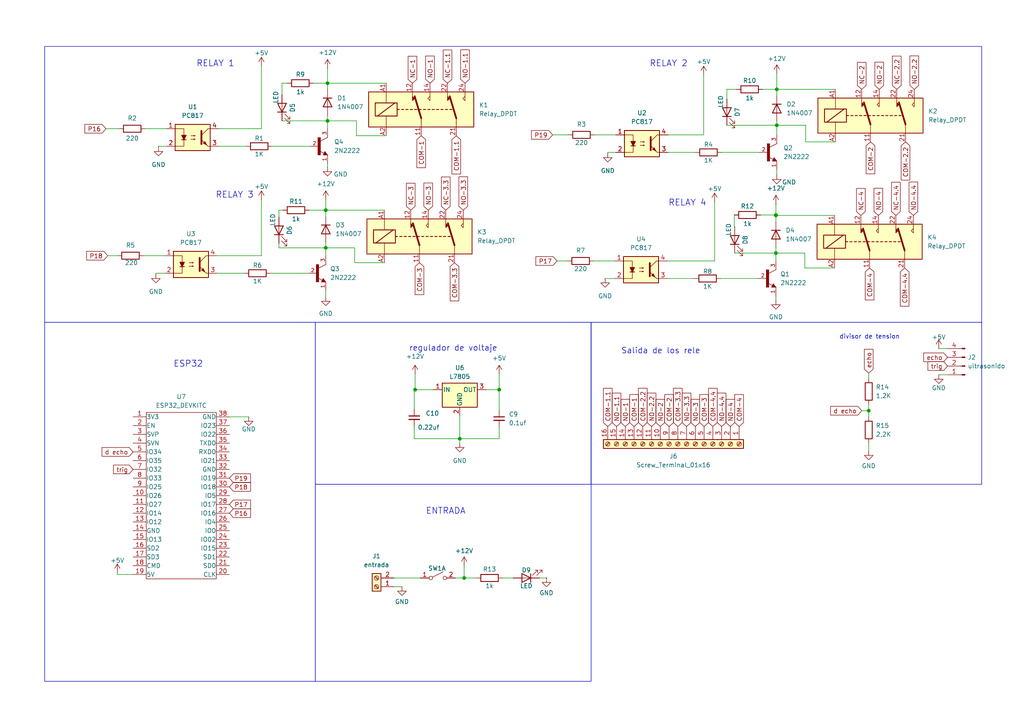
<source format=kicad_sch>
(kicad_sch (version 20250114) (generator "eeschema") (generator_version "9.0")
  (paper "A4")
  (lib_symbols
    (symbol "2N2222:2N2222" (pin_names (offset 1.016))
      (property "Reference" "Q" (at -10.16 7.62 0))
      (property "Value" "2N2222" (at -10.16 -7.62 0))
      (symbol "2N2222_0_0"
        (pin passive line (at -2.54 0 0) (length 2.54) (name "~") (number "2"))
        (pin passive line (at 2.54 5.08 270) (length 2.54) (name "~") (number "3"))
        (pin passive line (at 2.54 -5.08 90) (length 2.54) (name "~") (number "1"))
      )
    )
    (symbol "Connector:Conn_01x04_Pin" (pin_names (offset 1.016) (hide yes))
      (property "Reference" "J" (at 0 5.08 0))
      (property "Value" "Conn_01x04_Pin" (at 0 -7.62 0))
      (symbol "Conn_01x04_Pin_1_1"
        (pin passive line (at 5.08 2.54 180) (length 3.81) (name "Pin_1") (number "1"))
        (pin passive line (at 5.08 0 180) (length 3.81) (name "Pin_2") (number "2"))
        (pin passive line (at 5.08 -2.54 180) (length 3.81) (name "Pin_3") (number "3"))
        (pin passive line (at 5.08 -5.08 180) (length 3.81) (name "Pin_4") (number "4"))
      )
    )
    (symbol "Connector:Screw_Terminal_01x02" (pin_names (offset 1.016) (hide yes))
      (property "Reference" "J" (at 0 2.54 0))
      (property "Value" "Screw_Terminal_01x02" (at 0 -5.08 0))
      (symbol "Screw_Terminal_01x02_1_1"
        (pin passive line (at -5.08 0 0) (length 3.81) (name "Pin_1") (number "1"))
        (pin passive line (at -5.08 -2.54 0) (length 3.81) (name "Pin_2") (number "2"))
      )
    )
    (symbol "Connector:Screw_Terminal_01x16" (pin_names (offset 1.016) (hide yes))
      (property "Reference" "J" (at 0 20.32 0))
      (property "Value" "Screw_Terminal_01x16" (at 0 -22.86 0))
      (symbol "Screw_Terminal_01x16_1_1"
        (pin passive line (at -5.08 17.78 0) (length 3.81) (name "Pin_1") (number "1"))
        (pin passive line (at -5.08 15.24 0) (length 3.81) (name "Pin_2") (number "2"))
        (pin passive line (at -5.08 12.7 0) (length 3.81) (name "Pin_3") (number "3"))
        (pin passive line (at -5.08 10.16 0) (length 3.81) (name "Pin_4") (number "4"))
        (pin passive line (at -5.08 7.62 0) (length 3.81) (name "Pin_5") (number "5"))
        (pin passive line (at -5.08 5.08 0) (length 3.81) (name "Pin_6") (number "6"))
        (pin passive line (at -5.08 2.54 0) (length 3.81) (name "Pin_7") (number "7"))
        (pin passive line (at -5.08 0 0) (length 3.81) (name "Pin_8") (number "8"))
        (pin passive line (at -5.08 -2.54 0) (length 3.81) (name "Pin_9") (number "9"))
        (pin passive line (at -5.08 -5.08 0) (length 3.81) (name "Pin_10") (number "10"))
        (pin passive line (at -5.08 -7.62 0) (length 3.81) (name "Pin_11") (number "11"))
        (pin passive line (at -5.08 -10.16 0) (length 3.81) (name "Pin_12") (number "12"))
        (pin passive line (at -5.08 -12.7 0) (length 3.81) (name "Pin_13") (number "13"))
        (pin passive line (at -5.08 -15.24 0) (length 3.81) (name "Pin_14") (number "14"))
        (pin passive line (at -5.08 -17.78 0) (length 3.81) (name "Pin_15") (number "15"))
        (pin passive line (at -5.08 -20.32 0) (length 3.81) (name "Pin_16") (number "16"))
      )
    )
    (symbol "Device:C_Small" (pin_numbers (hide yes)) (pin_names (offset 0.254) (hide yes))
      (property "Reference" "C" (at 0.254 1.778 0))
      (property "Value" "C_Small" (at 0.254 -2.032 0))
      (symbol "C_Small_1_1"
        (pin passive line (at 0 2.54 270) (length 2.032) (name "~") (number "1"))
        (pin passive line (at 0 -2.54 90) (length 2.032) (name "~") (number "2"))
      )
    )
    (symbol "Device:LED" (pin_numbers (hide yes)) (pin_names (offset 1.016) (hide yes))
      (property "Reference" "D" (at 0 2.54 0))
      (property "Value" "LED" (at 0 -2.54 0))
      (symbol "LED_1_1"
        (pin passive line (at -3.81 0 0) (length 2.54) (name "K") (number "1"))
        (pin passive line (at 3.81 0 180) (length 2.54) (name "A") (number "2"))
      )
    )
    (symbol "Device:R" (pin_numbers (hide yes)) (pin_names (offset 0))
      (property "Reference" "R" (at 2.032 0 90))
      (property "Value" "R" (at 0 0 90))
      (symbol "R_1_1"
        (pin passive line (at 0 3.81 270) (length 1.27) (name "~") (number "1"))
        (pin passive line (at 0 -3.81 90) (length 1.27) (name "~") (number "2"))
      )
    )
    (symbol "Diode:1N4007" (pin_numbers (hide yes)) (pin_names (hide yes))
      (property "Reference" "D" (at 0 2.54 0))
      (property "Value" "1N4007" (at 0 -2.54 0))
      (symbol "1N4007_1_1"
        (pin passive line (at -3.81 0 0) (length 2.54) (name "K") (number "1"))
        (pin passive line (at 3.81 0 180) (length 2.54) (name "A") (number "2"))
      )
    )
    (symbol "EESTN5:ESP32_DEVKITC" (pin_names (offset 0.0254))
      (property "Reference" "U" (at 0 25.4 0))
      (property "Value" "ESP32_DEVKITC" (at 0 -25.4 0))
      (symbol "ESP32_DEVKITC_1_1"
        (pin passive line (at -13.97 22.86 0) (length 3.81) (name "3V3") (number "1"))
        (pin passive line (at -13.97 20.32 0) (length 3.81) (name "EN") (number "2"))
        (pin passive line (at -13.97 17.78 0) (length 3.81) (name "SVP") (number "3"))
        (pin passive line (at -13.97 15.24 0) (length 3.81) (name "SVN") (number "4"))
        (pin passive line (at -13.97 12.7 0) (length 3.81) (name "IO34") (number "5"))
        (pin passive line (at -13.97 10.16 0) (length 3.81) (name "IO35") (number "6"))
        (pin passive line (at -13.97 7.62 0) (length 3.81) (name "IO32") (number "7"))
        (pin passive line (at -13.97 5.08 0) (length 3.81) (name "IO33") (number "8"))
        (pin passive line (at -13.97 2.54 0) (length 3.81) (name "IO25") (number "9"))
        (pin passive line (at -13.97 0 0) (length 3.81) (name "IO26") (number "10"))
        (pin passive line (at -13.97 -2.54 0) (length 3.81) (name "IO27") (number "11"))
        (pin passive line (at -13.97 -5.08 0) (length 3.81) (name "IO14") (number "12"))
        (pin passive line (at -13.97 -7.62 0) (length 3.81) (name "IO12") (number "13"))
        (pin passive line (at -13.97 -10.16 0) (length 3.81) (name "GND") (number "14"))
        (pin passive line (at -13.97 -12.7 0) (length 3.81) (name "IO13") (number "15"))
        (pin passive line (at -13.97 -15.24 0) (length 3.81) (name "SD2") (number "16"))
        (pin passive line (at -13.97 -17.78 0) (length 3.81) (name "SD3") (number "17"))
        (pin passive line (at -13.97 -20.32 0) (length 3.81) (name "CMD") (number "18"))
        (pin passive line (at -13.97 -22.86 0) (length 3.81) (name "5V") (number "19"))
        (pin passive line (at 13.97 22.86 180) (length 3.81) (name "GND") (number "38"))
        (pin passive line (at 13.97 20.32 180) (length 3.81) (name "IO23") (number "37"))
        (pin passive line (at 13.97 17.78 180) (length 3.81) (name "IO22") (number "36"))
        (pin passive line (at 13.97 15.24 180) (length 3.81) (name "TXD0") (number "35"))
        (pin passive line (at 13.97 12.7 180) (length 3.81) (name "RXD0") (number "34"))
        (pin passive line (at 13.97 10.16 180) (length 3.81) (name "IO21") (number "33"))
        (pin passive line (at 13.97 7.62 180) (length 3.81) (name "GND") (number "32"))
        (pin passive line (at 13.97 5.08 180) (length 3.81) (name "IO19") (number "31"))
        (pin passive line (at 13.97 2.54 180) (length 3.81) (name "IO18") (number "30"))
        (pin passive line (at 13.97 0 180) (length 3.81) (name "IO5") (number "29"))
        (pin passive line (at 13.97 -2.54 180) (length 3.81) (name "IO17") (number "28"))
        (pin passive line (at 13.97 -5.08 180) (length 3.81) (name "IO16") (number "27"))
        (pin passive line (at 13.97 -7.62 180) (length 3.81) (name "IO4") (number "26"))
        (pin passive line (at 13.97 -10.16 180) (length 3.81) (name "IO0") (number "25"))
        (pin passive line (at 13.97 -12.7 180) (length 3.81) (name "IO02") (number "24"))
        (pin passive line (at 13.97 -15.24 180) (length 3.81) (name "IO15") (number "23"))
        (pin passive line (at 13.97 -17.78 180) (length 3.81) (name "SD1") (number "22"))
        (pin passive line (at 13.97 -20.32 180) (length 3.81) (name "SD0") (number "21"))
        (pin passive line (at 13.97 -22.86 180) (length 3.81) (name "CLK") (number "20"))
      )
    )
    (symbol "EESTN5:PC817" (pin_names (offset 1.016))
      (property "Reference" "U" (at -5.08 5.08 0))
      (property "Value" "PC817" (at 0 5.08 0))
      (symbol "PC817_1_1"
        (pin passive line (at -7.62 2.54 0) (length 2.54) (name "~") (number "1"))
        (pin passive line (at -7.62 -2.54 0) (length 2.54) (name "~") (number "2"))
        (pin passive line (at 7.62 2.54 180) (length 2.54) (name "~") (number "4"))
        (pin passive line (at 7.62 -2.54 180) (length 2.54) (name "~") (number "3"))
      )
    )
    (symbol "LED_1" (pin_numbers (hide yes)) (pin_names (offset 1.016) (hide yes))
      (property "Reference" "D" (at 0 2.54 0))
      (property "Value" "LED" (at 0 -2.54 0))
      (symbol "LED_1_1_1"
        (pin passive line (at -3.81 0 0) (length 2.54) (name "K") (number "1"))
        (pin passive line (at 3.81 0 180) (length 2.54) (name "A") (number "2"))
      )
    )
    (symbol "Regulator_Linear:L7805" (pin_names (offset 0.254))
      (property "Reference" "U" (at -3.81 3.175 0))
      (property "Value" "L7805" (at 0 3.175 0))
      (symbol "L7805_1_1"
        (pin power_in line (at -7.62 0 0) (length 2.54) (name "IN") (number "1"))
        (pin power_in line (at 0 -7.62 90) (length 2.54) (name "GND") (number "2"))
        (pin power_out line (at 7.62 0 180) (length 2.54) (name "OUT") (number "3"))
      )
    )
    (symbol "Relay:Relay_DPDT"
      (property "Reference" "K" (at 16.51 3.81 0))
      (property "Value" "Relay_DPDT" (at 16.51 1.27 0))
      (symbol "Relay_DPDT_1_1"
        (pin passive line (at -10.16 7.62 270) (length 2.54) (name "~") (number "A1"))
        (pin passive line (at -10.16 -7.62 90) (length 2.54) (name "~") (number "A2"))
        (pin passive line (at -2.54 7.62 270) (length 2.54) (name "~") (number "12"))
        (pin passive line (at 0 -7.62 90) (length 2.54) (name "~") (number "11"))
        (pin passive line (at 2.54 7.62 270) (length 2.54) (name "~") (number "14"))
        (pin passive line (at 7.62 7.62 270) (length 2.54) (name "~") (number "22"))
        (pin passive line (at 10.16 -7.62 90) (length 2.54) (name "~") (number "21"))
        (pin passive line (at 12.7 7.62 270) (length 2.54) (name "~") (number "24"))
      )
    )
    (symbol "Switch:SW_DPST_x2" (pin_names (offset 0) (hide yes))
      (property "Reference" "SW" (at 0 3.175 0))
      (property "Value" "SW_DPST_x2" (at 0 -2.54 0))
      (symbol "SW_DPST_x2_1_1"
        (pin passive line (at -5.08 0 0) (length 2.54) (name "A") (number "1"))
        (pin passive line (at 5.08 0 180) (length 2.54) (name "B") (number "2"))
      )
      (symbol "SW_DPST_x2_2_1"
        (pin passive line (at -5.08 0 0) (length 2.54) (name "A") (number "3"))
        (pin passive line (at 5.08 0 180) (length 2.54) (name "B") (number "4"))
      )
    )
    (symbol "power:+12V" (power) (pin_numbers (hide yes)) (pin_names (offset 0) (hide yes))
      (property "Value" "+12V" (at 0 3.556 0))
      (symbol "+12V_1_1"
        (pin power_in line (at 0 0 90) (length 0) (name "~") (number "1"))
      )
    )
    (symbol "power:+5V" (power) (pin_numbers (hide yes)) (pin_names (offset 0) (hide yes))
      (property "Value" "+5V" (at 0 3.556 0))
      (symbol "+5V_1_1"
        (pin power_in line (at 0 0 90) (length 0) (name "~") (number "1"))
      )
    )
    (symbol "power:GND" (power) (pin_numbers (hide yes)) (pin_names (offset 0) (hide yes))
      (property "Value" "GND" (at 0 -3.81 0))
      (symbol "GND_1_1"
        (pin power_in line (at 0 0 270) (length 0) (name "~") (number "1"))
      )
    )
  )
  (rectangle (start 12.954 13.462) (end 284.734 93.472))
  (rectangle (start 12.954 93.472) (end 91.44 197.612))
  (rectangle (start 91.44 140.462) (end 171.45 197.612))
  (rectangle (start 171.45 93.472) (end 284.734 140.462))
  (rectangle (start 91.44 93.472) (end 171.45 140.462))
  (text "ENTRADA\n" (at 129.286 148.336 0) (effects (font (size 1.778 1.778))))
  (text "divisor de tension\n" (at 252.222 97.79 0) (effects (font (size 1.27 1.27))))
  (text "RELAY 4" (at 199.39 58.928 0) (effects (font (size 1.778 1.778))))
  (text "RELAY 2" (at 193.929 18.542 0) (effects (font (size 1.778 1.778))))
  (text "RELAY 3" (at 68.072 56.642 0) (effects (font (size 1.778 1.778))))
  (text "Salida de los rele \n" (at 192.278 101.854 0) (effects (font (size 1.651 1.651))))
  (text "RELAY 1\n" (at 62.484 18.542 0) (effects (font (size 1.778 1.778))))
  (text "regulador de voltaje \n" (at 132.08 101.092 0) (effects (font (size 1.651 1.651))))
  (text "ESP32" (at 54.61 105.664 0) (effects (font (size 1.778 1.778))))
  (junction (at 225.044 62.357))
  (junction (at 133.35 127.254))
  (junction (at 94.488 60.96))
  (junction (at 225.298 36.322))
  (junction (at 225.298 25.908))
  (junction (at 144.78 113.03))
  (junction (at 120.396 113.03))
  (junction (at 94.996 35.052))
  (junction (at 134.62 167.64))
  (junction (at 94.996 24.13))
  (junction (at 94.488 71.882))
  (junction (at 225.044 62.484))
  (junction (at 225.044 73.406))
  (junction (at 251.968 119.126))
  (wire (pts (xy 103.378 35.052) (xy 94.996 35.052)))
  (wire (pts (xy 225.044 59.182) (xy 225.044 62.357)))
  (wire (pts (xy 63.5 37.338) (xy 75.819 37.338)))
  (wire (pts (xy 111.506 76.2) (xy 102.87 76.2)))
  (wire (pts (xy 120.142 113.03) (xy 120.142 118.618)))
  (wire (pts (xy 94.488 70.358) (xy 94.488 71.882)))
  (wire (pts (xy 172.212 75.692) (xy 178.308 75.692)))
  (wire (pts (xy 225.298 25.908) (xy 242.316 25.908)))
  (wire (pts (xy 45.212 79.248) (xy 47.752 79.248)))
  (wire (pts (xy 225.044 71.882) (xy 225.044 73.406)))
  (wire (pts (xy 193.802 44.196) (xy 201.676 44.196)))
  (wire (pts (xy 120.396 113.03) (xy 125.73 113.03)))
  (wire (pts (xy 221.234 25.908) (xy 225.298 25.908)))
  (wire (pts (xy 178.562 44.196) (xy 176.276 44.196)))
  (wire (pts (xy 120.396 108.458) (xy 120.396 113.03)))
  (wire (pts (xy 112.014 39.37) (xy 103.378 39.37)))
  (wire (pts (xy 94.996 47.498) (xy 94.996 48.514)))
  (wire (pts (xy 94.488 84.328) (xy 94.488 86.106)))
  (wire (pts (xy 120.142 123.698) (xy 120.142 127.254)))
  (wire (pts (xy 204.089 21.717) (xy 204.089 39.116)))
  (wire (pts (xy 80.899 71.882) (xy 94.488 71.882)))
  (wire (pts (xy 225.044 62.484) (xy 225.044 64.262)))
  (wire (pts (xy 209.042 80.772) (xy 219.964 80.772)))
  (wire (pts (xy 161.544 75.692) (xy 164.592 75.692)))
  (wire (pts (xy 80.899 60.96) (xy 80.899 62.992)))
  (wire (pts (xy 193.548 80.772) (xy 201.422 80.772)))
  (wire (pts (xy 144.78 108.458) (xy 144.78 113.03)))
  (wire (pts (xy 220.599 62.357) (xy 225.044 62.357)))
  (wire (pts (xy 78.486 79.248) (xy 89.408 79.248)))
  (wire (pts (xy 66.548 120.904) (xy 72.136 120.904)))
  (wire (pts (xy 272.288 101.092) (xy 274.828 101.092)))
  (wire (pts (xy 63.5 42.418) (xy 71.374 42.418)))
  (wire (pts (xy 120.396 113.03) (xy 120.142 113.03)))
  (wire (pts (xy 48.26 42.418) (xy 45.974 42.418)))
  (wire (pts (xy 114.3 167.64) (xy 121.92 167.64)))
  (wire (pts (xy 212.979 62.357) (xy 212.979 65.786)))
  (wire (pts (xy 81.788 27.432) (xy 81.788 24.13)))
  (wire (pts (xy 133.35 127.254) (xy 133.35 128.524)))
  (wire (pts (xy 225.044 85.852) (xy 225.044 87.122)))
  (wire (pts (xy 145.796 167.64) (xy 148.844 167.64)))
  (wire (pts (xy 213.614 25.908) (xy 210.82 25.908)))
  (wire (pts (xy 75.819 19.177) (xy 75.819 37.338)))
  (wire (pts (xy 78.994 42.418) (xy 89.916 42.418)))
  (wire (pts (xy 134.62 164.084) (xy 134.62 167.64)))
  (wire (pts (xy 251.968 108.204) (xy 251.968 109.728)))
  (wire (pts (xy 81.788 24.13) (xy 83.312 24.13)))
  (wire (pts (xy 225.044 62.357) (xy 225.044 62.484)))
  (wire (pts (xy 225.298 35.306) (xy 225.298 36.322)))
  (wire (pts (xy 94.488 57.912) (xy 94.488 60.96)))
  (wire (pts (xy 249.936 119.126) (xy 251.968 119.126)))
  (wire (pts (xy 225.044 73.406) (xy 225.044 75.692)))
  (wire (pts (xy 45.212 79.502) (xy 45.212 79.248)))
  (wire (pts (xy 133.35 120.65) (xy 133.35 127.254)))
  (wire (pts (xy 158.496 167.64) (xy 156.464 167.64)))
  (wire (pts (xy 225.298 21.336) (xy 225.298 25.908)))
  (wire (pts (xy 210.82 36.322) (xy 225.298 36.322)))
  (wire (pts (xy 272.288 108.712) (xy 274.828 108.712)))
  (wire (pts (xy 81.788 35.052) (xy 94.996 35.052)))
  (wire (pts (xy 94.488 71.882) (xy 94.488 74.168)))
  (wire (pts (xy 176.276 44.196) (xy 176.276 44.45)))
  (wire (pts (xy 160.274 39.116) (xy 164.846 39.116)))
  (wire (pts (xy 242.316 41.148) (xy 233.68 41.148)))
  (wire (pts (xy 31.242 74.168) (xy 34.036 74.168)))
  (wire (pts (xy 242.062 77.724) (xy 233.426 77.724)))
  (wire (pts (xy 144.78 123.952) (xy 144.78 127.254)))
  (wire (pts (xy 62.992 74.168) (xy 75.819 74.168)))
  (wire (pts (xy 82.042 60.96) (xy 80.899 60.96)))
  (wire (pts (xy 207.264 58.547) (xy 207.264 75.692)))
  (wire (pts (xy 34.036 166.624) (xy 34.036 166.116)))
  (wire (pts (xy 38.608 166.624) (xy 34.036 166.624)))
  (wire (pts (xy 94.996 24.13) (xy 94.996 25.908)))
  (wire (pts (xy 30.734 37.338) (xy 34.544 37.338)))
  (wire (pts (xy 80.899 70.612) (xy 80.899 71.882)))
  (wire (pts (xy 90.932 24.13) (xy 94.996 24.13)))
  (wire (pts (xy 89.662 60.96) (xy 94.488 60.96)))
  (wire (pts (xy 251.968 128.524) (xy 251.968 130.81)))
  (wire (pts (xy 225.298 36.322) (xy 233.68 36.322)))
  (wire (pts (xy 103.378 39.37) (xy 103.378 35.052)))
  (wire (pts (xy 94.488 71.882) (xy 102.87 71.882)))
  (wire (pts (xy 102.87 76.2) (xy 102.87 71.882)))
  (wire (pts (xy 175.514 80.772) (xy 178.308 80.772)))
  (wire (pts (xy 251.968 117.348) (xy 251.968 119.126)))
  (wire (pts (xy 172.466 39.116) (xy 178.562 39.116)))
  (wire (pts (xy 225.298 36.322) (xy 225.298 39.116)))
  (wire (pts (xy 225.298 25.908) (xy 225.298 27.686)))
  (wire (pts (xy 45.974 42.418) (xy 45.974 42.672)))
  (wire (pts (xy 193.802 39.116) (xy 204.089 39.116)))
  (wire (pts (xy 210.82 25.908) (xy 210.82 28.702)))
  (wire (pts (xy 114.3 170.18) (xy 116.586 170.18)))
  (wire (pts (xy 193.548 75.692) (xy 207.264 75.692)))
  (wire (pts (xy 94.996 19.812) (xy 94.996 24.13)))
  (wire (pts (xy 94.996 33.528) (xy 94.996 35.052)))
  (wire (pts (xy 144.78 127.254) (xy 133.35 127.254)))
  (wire (pts (xy 41.656 74.168) (xy 47.752 74.168)))
  (wire (pts (xy 62.992 79.248) (xy 70.866 79.248)))
  (wire (pts (xy 213.106 73.406) (xy 225.044 73.406)))
  (wire (pts (xy 233.426 73.406) (xy 225.044 73.406)))
  (wire (pts (xy 144.78 113.03) (xy 140.97 113.03)))
  (wire (pts (xy 134.62 167.64) (xy 138.176 167.64)))
  (wire (pts (xy 94.488 60.96) (xy 111.506 60.96)))
  (wire (pts (xy 225.044 62.484) (xy 242.062 62.484)))
  (wire (pts (xy 209.296 44.196) (xy 220.218 44.196)))
  (wire (pts (xy 134.62 167.64) (xy 132.08 167.64)))
  (wire (pts (xy 251.968 119.126) (xy 251.968 120.904)))
  (wire (pts (xy 94.996 35.052) (xy 94.996 37.338)))
  (wire (pts (xy 212.979 65.786) (xy 213.106 65.786)))
  (wire (pts (xy 225.298 49.276) (xy 225.298 50.8)))
  (wire (pts (xy 233.68 41.148) (xy 233.68 36.322)))
  (wire (pts (xy 144.78 113.03) (xy 144.78 118.872)))
  (wire (pts (xy 42.164 37.338) (xy 48.26 37.338)))
  (wire (pts (xy 75.819 57.912) (xy 75.819 74.168)))
  (wire (pts (xy 120.142 127.254) (xy 133.35 127.254)))
  (wire (pts (xy 233.426 77.724) (xy 233.426 73.406)))
  (wire (pts (xy 94.996 24.13) (xy 112.014 24.13)))
  (wire (pts (xy 94.488 60.96) (xy 94.488 62.738)))
  (global_label "trig" (shape input) (at 274.828 106.172 180) (property "Intersheetrefs" "${INTERSHEET_REFS}" (effects (hide yes))))
  (global_label "echo" (shape input) (at 251.968 108.204 90) (property "Intersheetrefs" "${INTERSHEET_REFS}" (effects (hide yes))))
  (global_label "COM-1.1" (shape input) (at 132.334 39.37 270) (property "Intersheetrefs" "${INTERSHEET_REFS}" (effects (hide yes))))
  (global_label "COM-3" (shape input) (at 121.666 76.2 270) (property "Intersheetrefs" "${INTERSHEET_REFS}" (effects (hide yes))))
  (global_label "NO-3" (shape input) (at 201.676 123.698 90) (property "Intersheetrefs" "${INTERSHEET_REFS}" (effects (hide yes))))
  (global_label "P19" (shape input) (at 160.274 39.116 180) (property "Intersheetrefs" "${INTERSHEET_REFS}" (effects (hide yes))))
  (global_label "NC-3.3" (shape input) (at 129.286 60.96 90) (property "Intersheetrefs" "${INTERSHEET_REFS}" (effects (hide yes))))
  (global_label "NO-2" (shape input) (at 191.516 123.698 90) (property "Intersheetrefs" "${INTERSHEET_REFS}" (effects (hide yes))))
  (global_label "COM-1.1" (shape input) (at 176.276 123.698 90) (property "Intersheetrefs" "${INTERSHEET_REFS}" (effects (hide yes))))
  (global_label "NO-3.3" (shape input) (at 199.136 123.698 90) (property "Intersheetrefs" "${INTERSHEET_REFS}" (effects (hide yes))))
  (global_label "COM-4" (shape input) (at 252.222 77.724 270) (property "Intersheetrefs" "${INTERSHEET_REFS}" (effects (hide yes))))
  (global_label "COM-4" (shape input) (at 214.376 123.698 90) (property "Intersheetrefs" "${INTERSHEET_REFS}" (effects (hide yes))))
  (global_label "NO-4.4" (shape input) (at 264.922 62.484 90) (property "Intersheetrefs" "${INTERSHEET_REFS}" (effects (hide yes))))
  (global_label "echo" (shape input) (at 274.828 103.632 180) (property "Intersheetrefs" "${INTERSHEET_REFS}" (effects (hide yes))))
  (global_label "COM-1" (shape input) (at 183.896 123.698 90) (property "Intersheetrefs" "${INTERSHEET_REFS}" (effects (hide yes))))
  (global_label "COM-3" (shape input) (at 204.216 123.698 90) (property "Intersheetrefs" "${INTERSHEET_REFS}" (effects (hide yes))))
  (global_label "NO-3" (shape input) (at 124.206 60.96 90) (property "Intersheetrefs" "${INTERSHEET_REFS}" (effects (hide yes))))
  (global_label "NO-1" (shape input) (at 181.356 123.698 90) (property "Intersheetrefs" "${INTERSHEET_REFS}" (effects (hide yes))))
  (global_label "d echo" (shape input) (at 38.608 131.064 180) (property "Intersheetrefs" "${INTERSHEET_REFS}" (effects (hide yes))))
  (global_label "COM-2.2" (shape input) (at 186.436 123.698 90) (property "Intersheetrefs" "${INTERSHEET_REFS}" (effects (hide yes))))
  (global_label "NC-1" (shape input) (at 119.634 24.13 90) (property "Intersheetrefs" "${INTERSHEET_REFS}" (effects (hide yes))))
  (global_label "COM-2" (shape input) (at 252.476 41.148 270) (property "Intersheetrefs" "${INTERSHEET_REFS}" (effects (hide yes))))
  (global_label "trig" (shape input) (at 38.608 136.144 180) (property "Intersheetrefs" "${INTERSHEET_REFS}" (effects (hide yes))))
  (global_label "P16" (shape input) (at 30.734 37.338 180) (property "Intersheetrefs" "${INTERSHEET_REFS}" (effects (hide yes))))
  (global_label "P17" (shape input) (at 161.544 75.692 180) (property "Intersheetrefs" "${INTERSHEET_REFS}" (effects (hide yes))))
  (global_label "NO-2.2" (shape input) (at 265.176 25.908 90) (property "Intersheetrefs" "${INTERSHEET_REFS}" (effects (hide yes))))
  (global_label "NC-4.4" (shape input) (at 259.842 62.484 90) (property "Intersheetrefs" "${INTERSHEET_REFS}" (effects (hide yes))))
  (global_label "COM-1" (shape input) (at 122.174 39.37 270) (property "Intersheetrefs" "${INTERSHEET_REFS}" (effects (hide yes))))
  (global_label "COM-3.3" (shape input) (at 196.596 123.698 90) (property "Intersheetrefs" "${INTERSHEET_REFS}" (effects (hide yes))))
  (global_label "NO-1" (shape input) (at 124.714 24.13 90) (property "Intersheetrefs" "${INTERSHEET_REFS}" (effects (hide yes))))
  (global_label "NC-4" (shape input) (at 249.682 62.484 90) (property "Intersheetrefs" "${INTERSHEET_REFS}" (effects (hide yes))))
  (global_label "NO-1.1" (shape input) (at 178.816 123.698 90) (property "Intersheetrefs" "${INTERSHEET_REFS}" (effects (hide yes))))
  (global_label "COM-3.3" (shape input) (at 131.826 76.2 270) (property "Intersheetrefs" "${INTERSHEET_REFS}" (effects (hide yes))))
  (global_label "COM-4.4" (shape input) (at 262.382 77.724 270) (property "Intersheetrefs" "${INTERSHEET_REFS}" (effects (hide yes))))
  (global_label "P18" (shape input) (at 66.548 141.224 0) (property "Intersheetrefs" "${INTERSHEET_REFS}" (effects (hide yes))))
  (global_label "COM-4.4" (shape input) (at 206.756 123.698 90) (property "Intersheetrefs" "${INTERSHEET_REFS}" (effects (hide yes))))
  (global_label "P18" (shape input) (at 31.242 74.168 180) (property "Intersheetrefs" "${INTERSHEET_REFS}" (effects (hide yes))))
  (global_label "NO-4" (shape input) (at 211.836 123.698 90) (property "Intersheetrefs" "${INTERSHEET_REFS}" (effects (hide yes))))
  (global_label "P16" (shape input) (at 66.548 148.844 0) (property "Intersheetrefs" "${INTERSHEET_REFS}" (effects (hide yes))))
  (global_label "NC-2" (shape input) (at 249.936 25.908 90) (property "Intersheetrefs" "${INTERSHEET_REFS}" (effects (hide yes))))
  (global_label "COM-2" (shape input) (at 194.056 123.698 90) (property "Intersheetrefs" "${INTERSHEET_REFS}" (effects (hide yes))))
  (global_label "NC-2.2" (shape input) (at 260.096 25.908 90) (property "Intersheetrefs" "${INTERSHEET_REFS}" (effects (hide yes))))
  (global_label "P19" (shape input) (at 66.548 138.684 0) (property "Intersheetrefs" "${INTERSHEET_REFS}" (effects (hide yes))))
  (global_label "NO-4" (shape input) (at 254.762 62.484 90) (property "Intersheetrefs" "${INTERSHEET_REFS}" (effects (hide yes))))
  (global_label "P17" (shape input) (at 66.548 146.304 0) (property "Intersheetrefs" "${INTERSHEET_REFS}" (effects (hide yes))))
  (global_label "NO-2" (shape input) (at 255.016 25.908 90) (property "Intersheetrefs" "${INTERSHEET_REFS}" (effects (hide yes))))
  (global_label "NC-1.1" (shape input) (at 129.794 24.13 90) (property "Intersheetrefs" "${INTERSHEET_REFS}" (effects (hide yes))))
  (global_label "NO-3.3" (shape input) (at 134.366 60.96 90) (property "Intersheetrefs" "${INTERSHEET_REFS}" (effects (hide yes))))
  (global_label "NO-1.1" (shape input) (at 134.874 24.13 90) (property "Intersheetrefs" "${INTERSHEET_REFS}" (effects (hide yes))))
  (global_label "d echo" (shape input) (at 249.936 119.126 180) (property "Intersheetrefs" "${INTERSHEET_REFS}" (effects (hide yes))))
  (global_label "NO-4.4" (shape input) (at 209.296 123.698 90) (property "Intersheetrefs" "${INTERSHEET_REFS}" (effects (hide yes))))
  (global_label "NO-2.2" (shape input) (at 188.976 123.698 90) (property "Intersheetrefs" "${INTERSHEET_REFS}" (effects (hide yes))))
  (global_label "NC-3" (shape input) (at 119.126 60.96 90) (property "Intersheetrefs" "${INTERSHEET_REFS}" (effects (hide yes))))
  (global_label "COM-2.2" (shape input) (at 262.636 41.148 270) (property "Intersheetrefs" "${INTERSHEET_REFS}" (effects (hide yes))))
  (symbol (lib_id "2N2222:2N2222") (at 222.758 44.196 0) (unit 1)
    (property "Reference" "Q2" (at 227.203 42.9259 0) (effects (justify left)))
    (property "Value" "2N2222" (at 227.203 45.4659 0) (effects (justify left)))
    (property "Footprint" "Package_TO_SOT_THT:TO-92_Inline_Wide" (effects (hide yes)))
    (property "MF" "STMicroelectronics" (effects (hide yes)))
    (property "MAXIMUM_PACKAGE_HEIGHT" "7.3 mm" (effects (hide yes)))
    (property "Package" "TO-18 Texas Instruments" (effects (hide yes)))
    (property "Price" "None" (effects (hide yes)))
    (property "Check_prices" "https://www.snapeda.com/parts/2N2222/STMicroelectronics/view-part/?ref=eda" (effects (hide yes)))
    (property "STANDARD" "IPC 7351B" (effects (hide yes)))
    (property "PARTREV" "January 1989" (effects (hide yes)))
    (property "SnapEDA_Link" "https://www.snapeda.com/parts/2N2222/STMicroelectronics/view-part/?ref=snap" (effects (hide yes)))
    (property "MP" "2N2222" (effects (hide yes)))
    (property "Description_1" "Bipolar (BJT) Transistor NPN 30 V 600 mA 250MHz 500 mW Through Hole TO-18" (effects (hide yes)))
    (property "Availability" "Not in stock" (effects (hide yes)))
    (property "MANUFACTURER" "STMicroelectronics" (effects (hide yes)))
  )
  (symbol (lib_id "Device:R") (at 217.424 25.908 90) (unit 1)
    (property "Reference" "R10" (at 217.424 23.368 90))
    (property "Value" "1k" (at 217.424 28.448 90))
    (property "Footprint" "Resistor_SMD:R_0805_2012Metric_Pad1.20x1.40mm_HandSolder" (effects (hide yes)))
    (property "Description" "Resistor" (effects (hide yes)))
  )
  (symbol (lib_id "Device:R") (at 37.846 74.168 90) (unit 1)
    (property "Reference" "R5" (at 37.846 71.12 90))
    (property "Value" "220" (at 38.1 76.2 90))
    (property "Footprint" "Resistor_SMD:R_0805_2012Metric_Pad1.20x1.40mm_HandSolder" (effects (hide yes)))
    (property "Description" "Resistor" (effects (hide yes)))
  )
  (symbol (lib_id "Diode:1N4007") (at 225.044 68.072 270) (unit 1)
    (property "Reference" "D4" (at 227.838 66.8019 90) (effects (justify left)))
    (property "Value" "1N4007" (at 227.838 69.3419 90) (effects (justify left)))
    (property "Footprint" "Diode_SMD:D_SMA" (effects (hide yes)))
    (property "Datasheet" "http://www.vishay.com/docs/88503/1n4001.pdf" (effects (hide yes)))
    (property "Description" "1000V 1A General Purpose Rectifier Diode, DO-41" (effects (hide yes)))
    (property "Sim.Device" "D" (effects (hide yes)))
    (property "Sim.Pins" "1=K 2=A" (effects (hide yes)))
  )
  (symbol (lib_id "power:GND") (at 94.488 86.106 0) (unit 1)
    (property "Reference" "#PWR02" (effects (hide yes)))
    (property "Value" "GND" (at 94.488 90.932 0))
    (property "Description" "Power symbol creates a global label with name \"GND\" , ground" (effects (hide yes)))
  )
  (symbol (lib_id "Diode:1N4007") (at 94.488 66.548 270) (unit 1)
    (property "Reference" "D3" (at 97.282 65.2779 90) (effects (justify left)))
    (property "Value" "1N4007" (at 97.282 67.8179 90) (effects (justify left)))
    (property "Footprint" "Diode_SMD:D_SMA" (effects (hide yes)))
    (property "Datasheet" "http://www.vishay.com/docs/88503/1n4001.pdf" (effects (hide yes)))
    (property "Description" "1000V 1A General Purpose Rectifier Diode, DO-41" (effects (hide yes)))
    (property "Sim.Device" "D" (effects (hide yes)))
    (property "Sim.Pins" "1=K 2=A" (effects (hide yes)))
  )
  (symbol (lib_id "EESTN5:PC817") (at 55.372 76.708 0) (unit 1)
    (property "Reference" "U3" (at 55.372 67.818 0))
    (property "Value" "PC817" (at 55.372 70.358 0))
    (property "Footprint" "PC817:DIL04" (effects (hide yes)))
    (property "Datasheet" "http://www.soselectronic.cz/a_info/resource/d/pc817.pdf" (effects (hide yes)))
    (property "Description" "DC Optocoupler, Vce 35V, CTR 50-300%, DIP4" (effects (hide yes)))
  )
  (symbol (lib_id "power:+12V") (at 94.488 57.912 0) (unit 1)
    (property "Reference" "#PWR06" (effects (hide yes)))
    (property "Value" "+12V" (at 94.488 53.34 0))
    (property "Description" "Power symbol creates a global label with name \"+12V\"" (effects (hide yes)))
  )
  (symbol (lib_id "Device:R") (at 251.968 113.538 0) (unit 1)
    (property "Reference" "R14" (at 254 112.2679 0) (effects (justify left)))
    (property "Value" "1,2K" (at 254 114.8079 0) (effects (justify left)))
    (property "Footprint" "Resistor_SMD:R_0805_2012Metric_Pad1.20x1.40mm_HandSolder" (effects (hide yes)))
    (property "Description" "Resistor" (effects (hide yes)))
  )
  (symbol (lib_id "Diode:1N4007") (at 94.996 29.718 270) (unit 1)
    (property "Reference" "D1" (at 97.79 28.4479 90) (effects (justify left)))
    (property "Value" "1N4007" (at 97.79 30.9879 90) (effects (justify left)))
    (property "Footprint" "Diode_SMD:D_SMA" (effects (hide yes)))
    (property "Datasheet" "http://www.vishay.com/docs/88503/1n4001.pdf" (effects (hide yes)))
    (property "Description" "1000V 1A General Purpose Rectifier Diode, DO-41" (effects (hide yes)))
    (property "Sim.Device" "D" (effects (hide yes)))
    (property "Sim.Pins" "1=K 2=A" (effects (hide yes)))
  )
  (symbol (lib_id "Device:R") (at 74.676 79.248 270) (unit 1)
    (property "Reference" "R6" (at 74.676 76.962 90))
    (property "Value" "1K" (at 74.676 81.534 90))
    (property "Footprint" "Resistor_SMD:R_0805_2012Metric_Pad1.20x1.40mm_HandSolder" (effects (hide yes)))
    (property "Description" "Resistor" (effects (hide yes)))
  )
  (symbol (lib_id "power:+12V") (at 225.044 59.182 0) (unit 1)
    (property "Reference" "#PWR04" (effects (hide yes)))
    (property "Value" "+12V" (at 225.044 54.61 0))
    (property "Description" "Power symbol creates a global label with name \"+12V\"" (effects (hide yes)))
  )
  (symbol (lib_id "power:GND") (at 133.35 128.524 0) (unit 1)
    (property "Reference" "#PWR025" (effects (hide yes)))
    (property "Value" "GND" (at 133.35 133.604 0))
    (property "Description" "Power symbol creates a global label with name \"GND\" , ground" (effects (hide yes)))
  )
  (symbol (lib_id "Relay:Relay_DPDT") (at 121.666 68.58 0) (unit 1)
    (property "Reference" "K3" (at 138.43 67.3099 0) (effects (justify left)))
    (property "Value" "Relay_DPDT" (at 138.43 69.8499 0) (effects (justify left)))
    (property "Footprint" "Relay_THT:Relay_DPDT_Finder_30.22" (effects (hide yes)))
    (property "Description" "Monostable Relay DPDT, EN50005" (effects (hide yes)))
  )
  (symbol (lib_id "power:+5V") (at 75.819 57.912 0) (unit 1)
    (property "Reference" "#PWR023" (effects (hide yes)))
    (property "Value" "+5V" (at 75.819 54.102 0))
    (property "Description" "Power symbol creates a global label with name \"+5V\"" (effects (hide yes)))
  )
  (symbol (lib_id "power:+5V") (at 75.819 19.177 0) (unit 1)
    (property "Reference" "#PWR020" (effects (hide yes)))
    (property "Value" "+5V" (at 75.819 15.367 0))
    (property "Description" "Power symbol creates a global label with name \"+5V\"" (effects (hide yes)))
  )
  (symbol (lib_id "Device:LED") (at 80.899 66.802 90) (unit 1)
    (property "Reference" "D6" (at 83.947 66.802 0))
    (property "Value" "LED" (at 79.121 63.754 0))
    (property "Footprint" "LED_THT:LED_D5.0mm" (effects (hide yes)))
    (property "Description" "Light emitting diode" (effects (hide yes)))
  )
  (symbol (lib_id "Device:R") (at 141.986 167.64 90) (unit 1)
    (property "Reference" "R13" (at 141.986 165.1 90))
    (property "Value" "1k" (at 141.986 169.926 90))
    (property "Footprint" "Resistor_SMD:R_0805_2012Metric_Pad1.20x1.40mm_HandSolder" (effects (hide yes)))
    (property "Description" "Resistor" (effects (hide yes)))
  )
  (symbol (lib_id "Device:R") (at 205.232 80.772 270) (unit 1)
    (property "Reference" "R8" (at 205.232 78.74 90))
    (property "Value" "1K" (at 205.232 83.058 90))
    (property "Footprint" "Resistor_SMD:R_0805_2012Metric_Pad1.20x1.40mm_HandSolder" (effects (hide yes)))
    (property "Description" "Resistor" (effects (hide yes)))
  )
  (symbol (lib_id "power:+5V") (at 207.264 58.547 0) (unit 1)
    (property "Reference" "#PWR022" (effects (hide yes)))
    (property "Value" "+5V" (at 207.264 54.737 0))
    (property "Description" "Power symbol creates a global label with name \"+5V\"" (effects (hide yes)))
  )
  (symbol (lib_id "Device:R") (at 85.852 60.96 90) (unit 1)
    (property "Reference" "R11" (at 85.852 58.42 90))
    (property "Value" "1k" (at 85.852 63.5 90))
    (property "Footprint" "Resistor_SMD:R_0805_2012Metric_Pad1.20x1.40mm_HandSolder" (effects (hide yes)))
    (property "Description" "Resistor" (effects (hide yes)))
  )
  (symbol (lib_id "Device:R") (at 216.789 62.357 90) (unit 1)
    (property "Reference" "R12" (at 216.789 59.817 90))
    (property "Value" "1k" (at 216.789 64.897 90))
    (property "Footprint" "Resistor_SMD:R_0805_2012Metric_Pad1.20x1.40mm_HandSolder" (effects (hide yes)))
    (property "Description" "Resistor" (effects (hide yes)))
  )
  (symbol (lib_id "power:GND") (at 251.968 130.81 0) (unit 1)
    (property "Reference" "#PWR016" (effects (hide yes)))
    (property "Value" "GND" (at 251.968 135.128 0))
    (property "Description" "Power symbol creates a global label with name \"GND\" , ground" (effects (hide yes)))
  )
  (symbol (lib_id "power:+5V") (at 272.288 101.092 0) (unit 1)
    (property "Reference" "#PWR027" (effects (hide yes)))
    (property "Value" "+5V" (at 272.288 97.79 0))
    (property "Description" "Power symbol creates a global label with name \"+5V\"" (effects (hide yes)))
  )
  (symbol (lib_id "power:GND") (at 72.136 120.904 0) (unit 1)
    (property "Reference" "#PWR014" (effects (hide yes)))
    (property "Value" "GND" (at 72.136 124.46 0))
    (property "Description" "Power symbol creates a global label with name \"GND\" , ground" (effects (hide yes)))
  )
  (symbol (lib_id "Device:LED") (at 213.106 69.596 90) (unit 1)
    (property "Reference" "D8" (at 216.154 69.596 0))
    (property "Value" "LED" (at 211.328 66.548 0))
    (property "Footprint" "LED_THT:LED_D5.0mm" (effects (hide yes)))
    (property "Description" "Light emitting diode" (effects (hide yes)))
  )
  (symbol (lib_id "Connector:Conn_01x04_Pin") (at 279.908 106.172 180) (unit 1)
    (property "Reference" "J2" (at 280.67 103.6319 0) (effects (justify right)))
    (property "Value" "ultrasonido" (at 280.67 106.1719 0) (effects (justify right)))
    (property "Footprint" "Connector_PinSocket_2.54mm:PinSocket_1x04_P2.54mm_Vertical" (effects (hide yes)))
    (property "Description" "Generic connector, single row, 01x04, script generated" (effects (hide yes)))
  )
  (symbol (lib_id "Device:R") (at 168.656 39.116 90) (unit 1)
    (property "Reference" "R3" (at 168.656 36.068 90))
    (property "Value" "220" (at 168.656 41.402 90))
    (property "Footprint" "Resistor_SMD:R_0805_2012Metric_Pad1.20x1.40mm_HandSolder" (effects (hide yes)))
    (property "Description" "Resistor" (effects (hide yes)))
  )
  (symbol (lib_id "EESTN5:PC817") (at 186.182 41.656 0) (unit 1)
    (property "Reference" "U2" (at 186.182 32.766 0))
    (property "Value" "PC817" (at 186.182 35.306 0))
    (property "Footprint" "PC817:DIL04" (effects (hide yes)))
    (property "Datasheet" "http://www.soselectronic.cz/a_info/resource/d/pc817.pdf" (effects (hide yes)))
    (property "Description" "DC Optocoupler, Vce 35V, CTR 50-300%, DIP4" (effects (hide yes)))
  )
  (symbol (lib_id "power:+5V") (at 204.089 21.717 0) (unit 1)
    (property "Reference" "#PWR021" (effects (hide yes)))
    (property "Value" "+5V" (at 204.089 17.907 0))
    (property "Description" "Power symbol creates a global label with name \"+5V\"" (effects (hide yes)))
  )
  (symbol (lib_id "Device:LED") (at 210.82 32.512 90) (unit 1)
    (property "Reference" "D7" (at 213.868 32.512 0))
    (property "Value" "LED" (at 209.042 29.464 0))
    (property "Footprint" "LED_THT:LED_D5.0mm" (effects (hide yes)))
    (property "Description" "Light emitting diode" (effects (hide yes)))
  )
  (symbol (lib_id "Switch:SW_DPST_x2") (at 127 167.64 0) (unit 1)
    (property "Reference" "SW1" (at 126.746 164.846 0))
    (property "Value" "SW_DPST_x2" (effects (hide yes)))
    (property "Footprint" "TerminalBlock:TerminalBlock_bornier-3_P5.08mm" (effects (hide yes)))
    (property "Description" "Single Pole Single Throw (SPST) switch, separate symbol" (effects (hide yes)))
  )
  (symbol (lib_id "power:GND") (at 225.044 87.122 0) (unit 1)
    (property "Reference" "#PWR019" (effects (hide yes)))
    (property "Value" "GND" (at 225.044 91.948 0))
    (property "Description" "Power symbol creates a global label with name \"GND\" , ground" (effects (hide yes)))
  )
  (symbol (lib_id "2N2222:2N2222") (at 222.504 80.772 0) (unit 1)
    (property "Reference" "Q1" (at 226.314 79.5019 0) (effects (justify left)))
    (property "Value" "2N2222" (at 226.314 82.0419 0) (effects (justify left)))
    (property "Footprint" "Package_TO_SOT_THT:TO-92_Inline_Wide" (effects (hide yes)))
    (property "MF" "STMicroelectronics" (effects (hide yes)))
    (property "MAXIMUM_PACKAGE_HEIGHT" "7.3 mm" (effects (hide yes)))
    (property "Package" "TO-18 Texas Instruments" (effects (hide yes)))
    (property "Price" "None" (effects (hide yes)))
    (property "Check_prices" "https://www.snapeda.com/parts/2N2222/STMicroelectronics/view-part/?ref=eda" (effects (hide yes)))
    (property "STANDARD" "IPC 7351B" (effects (hide yes)))
    (property "PARTREV" "January 1989" (effects (hide yes)))
    (property "SnapEDA_Link" "https://www.snapeda.com/parts/2N2222/STMicroelectronics/view-part/?ref=snap" (effects (hide yes)))
    (property "MP" "2N2222" (effects (hide yes)))
    (property "Description_1" "Bipolar (BJT) Transistor NPN 30 V 600 mA 250MHz 500 mW Through Hole TO-18" (effects (hide yes)))
    (property "Availability" "Not in stock" (effects (hide yes)))
    (property "MANUFACTURER" "STMicroelectronics" (effects (hide yes)))
  )
  (symbol (lib_id "Connector:Screw_Terminal_01x16") (at 196.596 128.778 270) (unit 1)
    (property "Reference" "J6" (at 195.326 132.334 90))
    (property "Value" "Screw_Terminal_01x16" (at 195.326 134.874 90))
    (property "Footprint" "TerminalBlock:TerminalBlock_MaiXu_MX126-5.0-16P_1x16_P5.00mm" (effects (hide yes)))
    (property "Description" "Generic screw terminal, single row, 01x16, script generated (kicad-library-utils/schlib/autogen/connector/)" (effects (hide yes)))
  )
  (symbol (lib_name "LED_1") (lib_id "Device:LED") (at 152.654 167.64 180) (unit 1)
    (property "Reference" "D9" (at 152.654 165.354 0))
    (property "Value" "LED" (at 152.654 169.926 0))
    (property "Footprint" "LED_THT:LED_D5.0mm" (effects (hide yes)))
    (property "Description" "Light emitting diode" (effects (hide yes)))
    (property "Sim.Pins" "1=K 2=A" (effects (hide yes)))
  )
  (symbol (lib_id "Device:R") (at 251.968 124.714 0) (unit 1)
    (property "Reference" "R15" (at 254 123.4439 0) (effects (justify left)))
    (property "Value" "2,2K" (at 254 125.9839 0) (effects (justify left)))
    (property "Footprint" "Resistor_SMD:R_0805_2012Metric_Pad1.20x1.40mm_HandSolder" (effects (hide yes)))
    (property "Description" "Resistor" (effects (hide yes)))
  )
  (symbol (lib_id "power:+12V") (at 134.62 164.084 0) (unit 1)
    (property "Reference" "#PWR015" (effects (hide yes)))
    (property "Value" "+12V" (at 134.62 159.766 0))
    (property "Description" "Power symbol creates a global label with name \"+12V\"" (effects (hide yes)))
  )
  (symbol (lib_id "Relay:Relay_DPDT") (at 122.174 31.75 0) (unit 1)
    (property "Reference" "K1" (at 138.938 30.4799 0) (effects (justify left)))
    (property "Value" "Relay_DPDT" (at 138.938 33.0199 0) (effects (justify left)))
    (property "Footprint" "Relay_THT:Relay_DPDT_Finder_30.22" (effects (hide yes)))
    (property "Description" "Monostable Relay DPDT, EN50005" (effects (hide yes)))
  )
  (symbol (lib_id "power:GND") (at 225.298 50.8 0) (unit 1)
    (property "Reference" "#PWR013" (effects (hide yes)))
    (property "Value" "GND" (at 228.854 52.832 0))
    (property "Description" "Power symbol creates a global label with name \"GND\" , ground" (effects (hide yes)))
  )
  (symbol (lib_id "2N2222:2N2222") (at 91.948 79.248 0) (unit 1)
    (property "Reference" "Q3" (at 95.758 77.9779 0) (effects (justify left)))
    (property "Value" "2N2222" (at 95.758 80.5179 0) (effects (justify left)))
    (property "Footprint" "Package_TO_SOT_THT:TO-92_Inline_Wide" (effects (hide yes)))
    (property "MF" "STMicroelectronics" (effects (hide yes)))
    (property "MAXIMUM_PACKAGE_HEIGHT" "7.3 mm" (effects (hide yes)))
    (property "Package" "TO-18 Texas Instruments" (effects (hide yes)))
    (property "Price" "None" (effects (hide yes)))
    (property "Check_prices" "https://www.snapeda.com/parts/2N2222/STMicroelectronics/view-part/?ref=eda" (effects (hide yes)))
    (property "STANDARD" "IPC 7351B" (effects (hide yes)))
    (property "PARTREV" "January 1989" (effects (hide yes)))
    (property "SnapEDA_Link" "https://www.snapeda.com/parts/2N2222/STMicroelectronics/view-part/?ref=snap" (effects (hide yes)))
    (property "MP" "2N2222" (effects (hide yes)))
    (property "Description_1" "Bipolar (BJT) Transistor NPN 30 V 600 mA 250MHz 500 mW Through Hole TO-18" (effects (hide yes)))
    (property "Availability" "Not in stock" (effects (hide yes)))
    (property "MANUFACTURER" "STMicroelectronics" (effects (hide yes)))
  )
  (symbol (lib_id "EESTN5:PC817") (at 185.928 78.232 0) (unit 1)
    (property "Reference" "U4" (at 185.928 69.342 0))
    (property "Value" "PC817" (at 185.928 71.882 0))
    (property "Footprint" "PC817:DIL04" (effects (hide yes)))
    (property "Datasheet" "http://www.soselectronic.cz/a_info/resource/d/pc817.pdf" (effects (hide yes)))
    (property "Description" "DC Optocoupler, Vce 35V, CTR 50-300%, DIP4" (effects (hide yes)))
  )
  (symbol (lib_id "Device:C_Small") (at 144.78 121.412 0) (unit 1)
    (property "Reference" "C9" (at 147.574 120.1482 0) (effects (justify left)))
    (property "Value" "0.1uf" (at 147.574 122.6882 0) (effects (justify left)))
    (property "Footprint" "Capacitor_THT:C_Rect_L9.0mm_W2.5mm_P7.50mm_MKT" (effects (hide yes)))
    (property "Description" "Unpolarized capacitor, small symbol" (effects (hide yes)))
  )
  (symbol (lib_id "2N2222:2N2222") (at 92.456 42.418 0) (unit 1)
    (property "Reference" "Q4" (at 96.901 41.1479 0) (effects (justify left)))
    (property "Value" "2N2222" (at 96.901 43.6879 0) (effects (justify left)))
    (property "Footprint" "Package_TO_SOT_THT:TO-92_Inline_Wide" (effects (hide yes)))
    (property "MF" "STMicroelectronics" (effects (hide yes)))
    (property "MAXIMUM_PACKAGE_HEIGHT" "7.3 mm" (effects (hide yes)))
    (property "Package" "TO-18 Texas Instruments" (effects (hide yes)))
    (property "Price" "None" (effects (hide yes)))
    (property "Check_prices" "https://www.snapeda.com/parts/2N2222/STMicroelectronics/view-part/?ref=eda" (effects (hide yes)))
    (property "STANDARD" "IPC 7351B" (effects (hide yes)))
    (property "PARTREV" "January 1989" (effects (hide yes)))
    (property "SnapEDA_Link" "https://www.snapeda.com/parts/2N2222/STMicroelectronics/view-part/?ref=snap" (effects (hide yes)))
    (property "MP" "2N2222" (effects (hide yes)))
    (property "Description_1" "Bipolar (BJT) Transistor NPN 30 V 600 mA 250MHz 500 mW Through Hole TO-18" (effects (hide yes)))
    (property "Availability" "Not in stock" (effects (hide yes)))
    (property "MANUFACTURER" "STMicroelectronics" (effects (hide yes)))
  )
  (symbol (lib_id "Device:R") (at 205.486 44.196 270) (unit 1)
    (property "Reference" "R4" (at 205.486 41.91 90))
    (property "Value" "1K" (at 205.486 46.482 90))
    (property "Footprint" "Resistor_SMD:R_0805_2012Metric_Pad1.20x1.40mm_HandSolder" (effects (hide yes)))
    (property "Description" "Resistor" (effects (hide yes)))
  )
  (symbol (lib_id "Device:LED") (at 81.788 31.242 90) (unit 1)
    (property "Reference" "D5" (at 84.836 31.242 0))
    (property "Value" "LED" (at 80.01 28.194 0))
    (property "Footprint" "LED_THT:LED_D5.0mm" (effects (hide yes)))
    (property "Description" "Light emitting diode" (effects (hide yes)))
  )
  (symbol (lib_id "power:+12V") (at 120.396 108.458 0) (unit 1)
    (property "Reference" "#PWR08" (effects (hide yes)))
    (property "Value" "+12V" (at 120.396 103.378 0))
    (property "Description" "Power symbol creates a global label with name \"+12V\"" (effects (hide yes)))
  )
  (symbol (lib_id "Device:R") (at 87.122 24.13 90) (unit 1)
    (property "Reference" "R9" (at 87.122 21.59 90))
    (property "Value" "1k" (at 87.122 26.67 90))
    (property "Footprint" "Resistor_SMD:R_0805_2012Metric_Pad1.20x1.40mm_HandSolder" (effects (hide yes)))
    (property "Description" "Resistor" (effects (hide yes)))
  )
  (symbol (lib_id "power:GND") (at 116.586 170.18 0) (unit 1)
    (property "Reference" "#PWR010" (effects (hide yes)))
    (property "Value" "GND" (at 116.586 174.498 0))
    (property "Description" "Power symbol creates a global label with name \"GND\" , ground" (effects (hide yes)))
  )
  (symbol (lib_id "EESTN5:PC817") (at 55.88 39.878 0) (unit 1)
    (property "Reference" "U1" (at 55.88 30.988 0))
    (property "Value" "PC817" (at 55.88 33.528 0))
    (property "Footprint" "PC817:DIL04" (effects (hide yes)))
    (property "Datasheet" "http://www.soselectronic.cz/a_info/resource/d/pc817.pdf" (effects (hide yes)))
    (property "Description" "DC Optocoupler, Vce 35V, CTR 50-300%, DIP4" (effects (hide yes)))
  )
  (symbol (lib_id "Relay:Relay_DPDT") (at 252.476 33.528 0) (unit 1)
    (property "Reference" "K2" (at 269.24 32.2579 0) (effects (justify left)))
    (property "Value" "Relay_DPDT" (at 269.24 34.7979 0) (effects (justify left)))
    (property "Footprint" "Relay_THT:Relay_DPDT_Finder_30.22" (effects (hide yes)))
    (property "Description" "Monostable Relay DPDT, EN50005" (effects (hide yes)))
  )
  (symbol (lib_id "power:+5V") (at 34.036 166.116 0) (unit 1)
    (property "Reference" "#PWR07" (effects (hide yes)))
    (property "Value" "+5V" (at 34.036 162.56 0))
    (property "Description" "Power symbol creates a global label with name \"+5V\"" (effects (hide yes)))
  )
  (symbol (lib_id "power:+5V") (at 144.78 108.458 0) (unit 1)
    (property "Reference" "#PWR012" (effects (hide yes)))
    (property "Value" "+5V" (at 144.78 103.886 0))
    (property "Description" "Power symbol creates a global label with name \"+5V\"" (effects (hide yes)))
  )
  (symbol (lib_id "power:GND") (at 272.288 108.712 0) (unit 1)
    (property "Reference" "#PWR026" (effects (hide yes)))
    (property "Value" "GND" (at 272.288 112.522 0))
    (property "Description" "Power symbol creates a global label with name \"GND\" , ground" (effects (hide yes)))
  )
  (symbol (lib_id "power:GND") (at 176.276 44.45 0) (unit 1)
    (property "Reference" "#PWR01" (effects (hide yes)))
    (property "Value" "GND" (at 176.276 49.53 0))
    (property "Description" "Power symbol creates a global label with name \"GND\" , ground" (effects (hide yes)))
  )
  (symbol (lib_id "Relay:Relay_DPDT") (at 252.222 70.104 0) (unit 1)
    (property "Reference" "K4" (at 268.986 68.8339 0) (effects (justify left)))
    (property "Value" "Relay_DPDT" (at 268.986 71.3739 0) (effects (justify left)))
    (property "Footprint" "Relay_THT:Relay_DPDT_Finder_30.22" (effects (hide yes)))
    (property "Description" "Monostable Relay DPDT, EN50005" (effects (hide yes)))
  )
  (symbol (lib_id "Device:R") (at 168.402 75.692 90) (unit 1)
    (property "Reference" "R7" (at 168.402 72.644 90))
    (property "Value" "220" (at 168.402 77.978 90))
    (property "Footprint" "Resistor_SMD:R_0805_2012Metric_Pad1.20x1.40mm_HandSolder" (effects (hide yes)))
    (property "Description" "Resistor" (effects (hide yes)))
  )
  (symbol (lib_id "power:+12V") (at 94.996 19.812 0) (unit 1)
    (property "Reference" "#PWR03" (effects (hide yes)))
    (property "Value" "+12V" (at 94.996 15.24 0))
    (property "Description" "Power symbol creates a global label with name \"+12V\"" (effects (hide yes)))
  )
  (symbol (lib_id "power:GND") (at 175.514 80.772 0) (unit 1)
    (property "Reference" "#PWR024" (effects (hide yes)))
    (property "Value" "GND" (at 175.514 85.852 0))
    (property "Description" "Power symbol creates a global label with name \"GND\" , ground" (effects (hide yes)))
  )
  (symbol (lib_id "Device:R") (at 75.184 42.418 270) (unit 1)
    (property "Reference" "R1" (at 75.184 40.132 90))
    (property "Value" "1K" (at 75.184 44.704 90))
    (property "Footprint" "Resistor_SMD:R_0805_2012Metric_Pad1.20x1.40mm_HandSolder" (effects (hide yes)))
    (property "Description" "Resistor" (effects (hide yes)))
  )
  (symbol (lib_id "power:GND") (at 45.974 42.672 0) (unit 1)
    (property "Reference" "#PWR05" (effects (hide yes)))
    (property "Value" "GND" (at 45.974 47.752 0))
    (property "Description" "Power symbol creates a global label with name \"GND\" , ground" (effects (hide yes)))
  )
  (symbol (lib_id "EESTN5:ESP32_DEVKITC") (at 52.578 143.764 0) (unit 1)
    (property "Reference" "U7" (at 52.578 115.062 0))
    (property "Value" "ESP32_DEVKITC" (at 52.578 117.602 0))
    (property "Footprint" "EESTN5:ESP32S" (effects (hide yes)))
    (property "Description" "ESP32-DEVKITC" (effects (hide yes)))
  )
  (symbol (lib_id "power:GND") (at 94.996 48.514 0) (unit 1)
    (property "Reference" "#PWR017" (effects (hide yes)))
    (property "Value" "GND" (at 98.806 50.546 0))
    (property "Description" "Power symbol creates a global label with name \"GND\" , ground" (effects (hide yes)))
  )
  (symbol (lib_id "Regulator_Linear:L7805") (at 133.35 113.03 0) (unit 1)
    (property "Reference" "U6" (at 133.35 106.68 0))
    (property "Value" "L7805" (at 133.35 109.22 0))
    (property "Footprint" "Package_TO_SOT_SMD:TO-263-3_TabPin2" (effects (hide yes)))
    (property "Datasheet" "http://www.st.com/content/ccc/resource/technical/document/datasheet/41/4f/b3/b0/12/d4/47/88/CD00000444.pdf/files/CD00000444.pdf/jcr:content/translations/en.CD00000444.pdf" (effects (hide yes)))
    (property "Description" "Positive 1.5A 35V Linear Regulator, Fixed Output 5V, TO-220/TO-263/TO-252" (effects (hide yes)))
  )
  (symbol (lib_id "power:GND") (at 158.496 167.64 0) (unit 1)
    (property "Reference" "#PWR018" (effects (hide yes)))
    (property "Value" "GND" (at 158.496 171.958 0))
    (property "Description" "Power symbol creates a global label with name \"GND\" , ground" (effects (hide yes)))
  )
  (symbol (lib_id "Diode:1N4007") (at 225.298 31.496 270) (unit 1)
    (property "Reference" "D2" (at 228.092 30.2259 90) (effects (justify left)))
    (property "Value" "1N4007" (at 228.092 32.7659 90) (effects (justify left)))
    (property "Footprint" "Diode_SMD:D_SMA" (effects (hide yes)))
    (property "Datasheet" "http://www.vishay.com/docs/88503/1n4001.pdf" (effects (hide yes)))
    (property "Description" "1000V 1A General Purpose Rectifier Diode, DO-41" (effects (hide yes)))
    (property "Sim.Device" "D" (effects (hide yes)))
    (property "Sim.Pins" "1=K 2=A" (effects (hide yes)))
  )
  (symbol (lib_id "power:+12V") (at 225.298 21.336 0) (unit 1)
    (property "Reference" "#PWR011" (effects (hide yes)))
    (property "Value" "+12V" (at 225.298 17.018 0))
    (property "Description" "Power symbol creates a global label with name \"+12V\"" (effects (hide yes)))
  )
  (symbol (lib_id "power:GND") (at 45.212 79.502 0) (unit 1)
    (property "Reference" "#PWR09" (effects (hide yes)))
    (property "Value" "GND" (at 45.212 84.582 0))
    (property "Description" "Power symbol creates a global label with name \"GND\" , ground" (effects (hide yes)))
  )
  (symbol (lib_id "Connector:Screw_Terminal_01x02") (at 109.22 170.18 180) (unit 1)
    (property "Reference" "J1" (at 109.22 161.29 0))
    (property "Value" "entrada" (at 109.22 163.83 0))
    (property "Description" "Generic screw terminal, single row, 01x02, script generated (kicad-library-utils/schlib/autogen/connector/)" (effects (hide yes)))
  )
  (symbol (lib_id "Device:C_Small") (at 120.142 121.158 0) (unit 1)
    (property "Reference" "C10" (at 123.444 119.8942 0) (effects (justify left)))
    (property "Value" "0.22uf" (at 121.158 123.952 0) (effects (justify left)))
    (property "Footprint" "Capacitor_THT:C_Rect_L9.0mm_W2.5mm_P7.50mm_MKT" (effects (hide yes)))
    (property "Description" "Unpolarized capacitor, small symbol" (effects (hide yes)))
  )
  (symbol (lib_id "Device:R") (at 38.354 37.338 90) (unit 1)
    (property "Reference" "R2" (at 38.354 34.29 90))
    (property "Value" "220" (at 38.354 40.132 90))
    (property "Footprint" "Resistor_SMD:R_0805_2012Metric_Pad1.20x1.40mm_HandSolder" (effects (hide yes)))
    (property "Description" "Resistor" (effects (hide yes)))
  )
)
</source>
